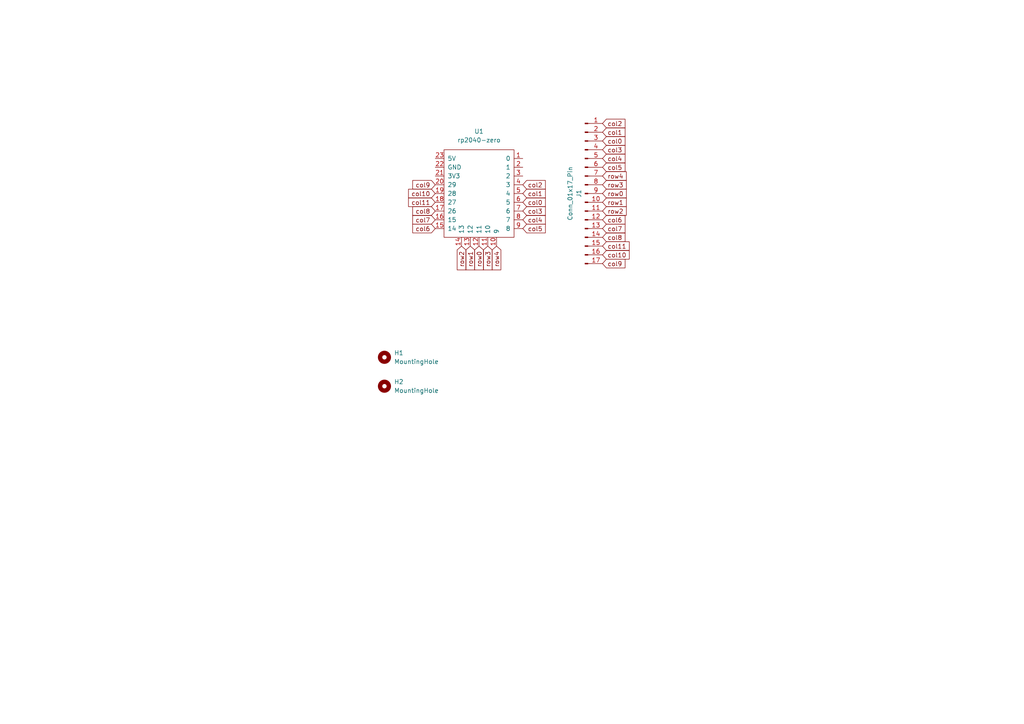
<source format=kicad_sch>
(kicad_sch (version 20231120) (generator "eeschema") (generator_version "8.0")
  (paper "A4")
  (title_block (title "RP2040 Zero Carrier") (rev "0.1"))
  (lib_symbols
    (symbol "Connector:Conn_01x17_Pin" (pin_names (offset 1.016) hide)
      (property "Reference" "J" (at 0 22.86 0))
      (property "Value" "Conn_01x17_Pin" (at 0 -22.86 0))
      (symbol "Conn_01x17_Pin_1_1"
        (polyline (pts (xy 1.27 -20.32) (xy 0.8636 -20.32)) (stroke (width 0.1524)))
        (polyline (pts (xy 1.27 -17.78) (xy 0.8636 -17.78)) (stroke (width 0.1524)))
        (polyline (pts (xy 1.27 -15.24) (xy 0.8636 -15.24)) (stroke (width 0.1524)))
        (polyline (pts (xy 1.27 -12.7) (xy 0.8636 -12.7)) (stroke (width 0.1524)))
        (polyline (pts (xy 1.27 -10.16) (xy 0.8636 -10.16)) (stroke (width 0.1524)))
        (polyline (pts (xy 1.27 -7.62) (xy 0.8636 -7.62)) (stroke (width 0.1524)))
        (polyline (pts (xy 1.27 -5.08) (xy 0.8636 -5.08)) (stroke (width 0.1524)))
        (polyline (pts (xy 1.27 -2.54) (xy 0.8636 -2.54)) (stroke (width 0.1524)))
        (polyline (pts (xy 1.27 0) (xy 0.8636 0)) (stroke (width 0.1524)))
        (polyline (pts (xy 1.27 2.54) (xy 0.8636 2.54)) (stroke (width 0.1524)))
        (polyline (pts (xy 1.27 5.08) (xy 0.8636 5.08)) (stroke (width 0.1524)))
        (polyline (pts (xy 1.27 7.62) (xy 0.8636 7.62)) (stroke (width 0.1524)))
        (polyline (pts (xy 1.27 10.16) (xy 0.8636 10.16)) (stroke (width 0.1524)))
        (polyline (pts (xy 1.27 12.7) (xy 0.8636 12.7)) (stroke (width 0.1524)))
        (polyline (pts (xy 1.27 15.24) (xy 0.8636 15.24)) (stroke (width 0.1524)))
        (polyline (pts (xy 1.27 17.78) (xy 0.8636 17.78)) (stroke (width 0.1524)))
        (polyline (pts (xy 1.27 20.32) (xy 0.8636 20.32)) (stroke (width 0.1524)))
        (rectangle (start 0.8636 -20.193) (end 0 -20.447) (stroke (width 0.1524)) (fill (type outline)))
        (rectangle (start 0.8636 -17.653) (end 0 -17.907) (stroke (width 0.1524)) (fill (type outline)))
        (rectangle (start 0.8636 -15.113) (end 0 -15.367) (stroke (width 0.1524)) (fill (type outline)))
        (rectangle (start 0.8636 -12.573) (end 0 -12.827) (stroke (width 0.1524)) (fill (type outline)))
        (rectangle (start 0.8636 -10.033) (end 0 -10.287) (stroke (width 0.1524)) (fill (type outline)))
        (rectangle (start 0.8636 -7.493) (end 0 -7.747) (stroke (width 0.1524)) (fill (type outline)))
        (rectangle (start 0.8636 -4.953) (end 0 -5.207) (stroke (width 0.1524)) (fill (type outline)))
        (rectangle (start 0.8636 -2.413) (end 0 -2.667) (stroke (width 0.1524)) (fill (type outline)))
        (rectangle (start 0.8636 0.127) (end 0 -0.127) (stroke (width 0.1524)) (fill (type outline)))
        (rectangle (start 0.8636 2.667) (end 0 2.413) (stroke (width 0.1524)) (fill (type outline)))
        (rectangle (start 0.8636 5.207) (end 0 4.953) (stroke (width 0.1524)) (fill (type outline)))
        (rectangle (start 0.8636 7.747) (end 0 7.493) (stroke (width 0.1524)) (fill (type outline)))
        (rectangle (start 0.8636 10.287) (end 0 10.033) (stroke (width 0.1524)) (fill (type outline)))
        (rectangle (start 0.8636 12.827) (end 0 12.573) (stroke (width 0.1524)) (fill (type outline)))
        (rectangle (start 0.8636 15.367) (end 0 15.113) (stroke (width 0.1524)) (fill (type outline)))
        (rectangle (start 0.8636 17.907) (end 0 17.653) (stroke (width 0.1524)) (fill (type outline)))
        (rectangle (start 0.8636 20.447) (end 0 20.193) (stroke (width 0.1524)) (fill (type outline)))
        (pin passive line (at 5.08 20.32 180) (length 3.81) (name "Pin_1") (number "1"))
        (pin passive line (at 5.08 -2.54 180) (length 3.81) (name "Pin_10") (number "10"))
        (pin passive line (at 5.08 -5.08 180) (length 3.81) (name "Pin_11") (number "11"))
        (pin passive line (at 5.08 -7.62 180) (length 3.81) (name "Pin_12") (number "12"))
        (pin passive line (at 5.08 -10.16 180) (length 3.81) (name "Pin_13") (number "13"))
        (pin passive line (at 5.08 -12.7 180) (length 3.81) (name "Pin_14") (number "14"))
        (pin passive line (at 5.08 -15.24 180) (length 3.81) (name "Pin_15") (number "15"))
        (pin passive line (at 5.08 -17.78 180) (length 3.81) (name "Pin_16") (number "16"))
        (pin passive line (at 5.08 -20.32 180) (length 3.81) (name "Pin_17") (number "17"))
        (pin passive line (at 5.08 17.78 180) (length 3.81) (name "Pin_2") (number "2"))
        (pin passive line (at 5.08 15.24 180) (length 3.81) (name "Pin_3") (number "3"))
        (pin passive line (at 5.08 12.7 180) (length 3.81) (name "Pin_4") (number "4"))
        (pin passive line (at 5.08 10.16 180) (length 3.81) (name "Pin_5") (number "5"))
        (pin passive line (at 5.08 7.62 180) (length 3.81) (name "Pin_6") (number "6"))
        (pin passive line (at 5.08 5.08 180) (length 3.81) (name "Pin_7") (number "7"))
        (pin passive line (at 5.08 2.54 180) (length 3.81) (name "Pin_8") (number "8"))
        (pin passive line (at 5.08 0 180) (length 3.81) (name "Pin_9") (number "9"))
      )
    )
    (symbol "Mechanical:MountingHole" (pin_names (offset 1.016))
      (property "Reference" "H" (at 0 5.08 0))
      (property "Value" "MountingHole" (at 0 3.175 0))
      (symbol "MountingHole_0_1"
        (circle (center 0 0) (radius 1.27) (stroke (width 1.27)))
      )
    )
    (symbol "mcu:rp2040-zero" (pin_names (offset 1.016))
      (property "Reference" "U" (at 0 15.24 0))
      (property "Value" "rp2040-zero" (at 0 12.7 0))
      (symbol "rp2040-zero_0_1"
        (rectangle (start -10.16 11.43) (end 10.16 -13.97))
      )
      (symbol "rp2040-zero_1_1"
        (pin bidirectional line (at 12.7 8.89 180) (length 2.54) (name "0") (number "1"))
        (pin bidirectional line (at 5.08 -16.51 90) (length 2.54) (name "9") (number "10"))
        (pin bidirectional line (at 2.54 -16.51 90) (length 2.54) (name "10") (number "11"))
        (pin bidirectional line (at 0 -16.51 90) (length 2.54) (name "11") (number "12"))
        (pin bidirectional line (at -2.54 -16.51 90) (length 2.54) (name "12") (number "13"))
        (pin bidirectional line (at -5.08 -16.51 90) (length 2.54) (name "13") (number "14"))
        (pin bidirectional line (at -12.7 -11.43 0) (length 2.54) (name "14") (number "15"))
        (pin bidirectional line (at -12.7 -8.89 0) (length 2.54) (name "15") (number "16"))
        (pin bidirectional line (at -12.7 -6.35 0) (length 2.54) (name "26") (number "17"))
        (pin bidirectional line (at -12.7 -3.81 0) (length 2.54) (name "27") (number "18"))
        (pin bidirectional line (at -12.7 -1.27 0) (length 2.54) (name "28") (number "19"))
        (pin bidirectional line (at 12.7 6.35 180) (length 2.54) (name "1") (number "2"))
        (pin bidirectional line (at -12.7 1.27 0) (length 2.54) (name "29") (number "20"))
        (pin power_out line (at -12.7 3.81 0) (length 2.54) (name "3V3") (number "21"))
        (pin power_out line (at -12.7 6.35 0) (length 2.54) (name "GND") (number "22"))
        (pin power_out line (at -12.7 8.89 0) (length 2.54) (name "5V") (number "23"))
        (pin bidirectional line (at 12.7 3.81 180) (length 2.54) (name "2") (number "3"))
        (pin bidirectional line (at 12.7 1.27 180) (length 2.54) (name "3") (number "4"))
        (pin bidirectional line (at 12.7 -1.27 180) (length 2.54) (name "4") (number "5"))
        (pin bidirectional line (at 12.7 -3.81 180) (length 2.54) (name "5") (number "6"))
        (pin bidirectional line (at 12.7 -6.35 180) (length 2.54) (name "6") (number "7"))
        (pin bidirectional line (at 12.7 -8.89 180) (length 2.54) (name "7") (number "8"))
        (pin bidirectional line (at 12.7 -11.43 180) (length 2.54) (name "8") (number "9"))
      )
    )
  )
  (global_label "col5" (shape input) (at 174.752 48.514 0) (property "Intersheetrefs" "${INTERSHEET_REFS}" (effects (hide yes))))
  (global_label "row4" (shape input) (at 174.752 51.054 0) (property "Intersheetrefs" "${INTERSHEET_REFS}" (effects (hide yes))))
  (global_label "col2" (shape input) (at 151.638 53.594 0) (property "Intersheetrefs" "${INTERSHEET_REFS}" (effects (hide yes))))
  (global_label "col6" (shape input) (at 174.752 63.754 0) (property "Intersheetrefs" "${INTERSHEET_REFS}" (effects (hide yes))))
  (global_label "col10" (shape input) (at 126.238 56.134 180) (property "Intersheetrefs" "${INTERSHEET_REFS}" (effects (hide yes))))
  (global_label "col3" (shape input) (at 151.638 61.214 0) (property "Intersheetrefs" "${INTERSHEET_REFS}" (effects (hide yes))))
  (global_label "col0" (shape input) (at 174.752 40.894 0) (property "Intersheetrefs" "${INTERSHEET_REFS}" (effects (hide yes))))
  (global_label "col8" (shape input) (at 126.238 61.214 180) (property "Intersheetrefs" "${INTERSHEET_REFS}" (effects (hide yes))))
  (global_label "row2" (shape input) (at 133.858 71.374 270) (property "Intersheetrefs" "${INTERSHEET_REFS}" (effects (hide yes))))
  (global_label "row0" (shape input) (at 174.752 56.134 0) (property "Intersheetrefs" "${INTERSHEET_REFS}" (effects (hide yes))))
  (global_label "col11" (shape input) (at 126.238 58.674 180) (property "Intersheetrefs" "${INTERSHEET_REFS}" (effects (hide yes))))
  (global_label "col1" (shape input) (at 151.638 56.134 0) (property "Intersheetrefs" "${INTERSHEET_REFS}" (effects (hide yes))))
  (global_label "row4" (shape input) (at 144.018 71.374 270) (property "Intersheetrefs" "${INTERSHEET_REFS}" (effects (hide yes))))
  (global_label "col4" (shape input) (at 174.752 45.974 0) (property "Intersheetrefs" "${INTERSHEET_REFS}" (effects (hide yes))))
  (global_label "row3" (shape input) (at 141.478 71.374 270) (property "Intersheetrefs" "${INTERSHEET_REFS}" (effects (hide yes))))
  (global_label "row0" (shape input) (at 138.938 71.374 270) (property "Intersheetrefs" "${INTERSHEET_REFS}" (effects (hide yes))))
  (global_label "col1" (shape input) (at 174.752 38.354 0) (property "Intersheetrefs" "${INTERSHEET_REFS}" (effects (hide yes))))
  (global_label "col6" (shape input) (at 126.238 66.294 180) (property "Intersheetrefs" "${INTERSHEET_REFS}" (effects (hide yes))))
  (global_label "col0" (shape input) (at 151.638 58.674 0) (property "Intersheetrefs" "${INTERSHEET_REFS}" (effects (hide yes))))
  (global_label "col5" (shape input) (at 151.638 66.294 0) (property "Intersheetrefs" "${INTERSHEET_REFS}" (effects (hide yes))))
  (global_label "row1" (shape input) (at 136.398 71.374 270) (property "Intersheetrefs" "${INTERSHEET_REFS}" (effects (hide yes))))
  (global_label "col9" (shape input) (at 126.238 53.594 180) (property "Intersheetrefs" "${INTERSHEET_REFS}" (effects (hide yes))))
  (global_label "col7" (shape input) (at 174.752 66.294 0) (property "Intersheetrefs" "${INTERSHEET_REFS}" (effects (hide yes))))
  (global_label "row1" (shape input) (at 174.752 58.674 0) (property "Intersheetrefs" "${INTERSHEET_REFS}" (effects (hide yes))))
  (global_label "row2" (shape input) (at 174.752 61.214 0) (property "Intersheetrefs" "${INTERSHEET_REFS}" (effects (hide yes))))
  (global_label "col4" (shape input) (at 151.638 63.754 0) (property "Intersheetrefs" "${INTERSHEET_REFS}" (effects (hide yes))))
  (global_label "col11" (shape input) (at 174.752 71.374 0) (property "Intersheetrefs" "${INTERSHEET_REFS}" (effects (hide yes))))
  (global_label "col2" (shape input) (at 174.752 35.814 0) (property "Intersheetrefs" "${INTERSHEET_REFS}" (effects (hide yes))))
  (global_label "col3" (shape input) (at 174.752 43.434 0) (property "Intersheetrefs" "${INTERSHEET_REFS}" (effects (hide yes))))
  (global_label "col9" (shape input) (at 174.752 76.454 0) (property "Intersheetrefs" "${INTERSHEET_REFS}" (effects (hide yes))))
  (global_label "col8" (shape input) (at 174.752 68.834 0) (property "Intersheetrefs" "${INTERSHEET_REFS}" (effects (hide yes))))
  (global_label "row3" (shape input) (at 174.752 53.594 0) (property "Intersheetrefs" "${INTERSHEET_REFS}" (effects (hide yes))))
  (global_label "col10" (shape input) (at 174.752 73.914 0) (property "Intersheetrefs" "${INTERSHEET_REFS}" (effects (hide yes))))
  (global_label "col7" (shape input) (at 126.238 63.754 180) (property "Intersheetrefs" "${INTERSHEET_REFS}" (effects (hide yes))))
  (symbol (lib_id "Mechanical:MountingHole") (at 111.506 103.632 0) (unit 1)
    (property "Reference" "H1" (at 114.3 102.362 0) (effects (justify left)))
    (property "Value" "MountingHole" (at 114.3 104.902 0) (effects (justify left)))
    (property "Footprint" "MountingHole:MountingHole_2.2mm_M2" (effects (hide yes)))
  )
  (symbol (lib_id "Mechanical:MountingHole") (at 111.506 112.014 0) (unit 1)
    (property "Reference" "H2" (at 114.3 110.744 0) (effects (justify left)))
    (property "Value" "MountingHole" (at 114.3 113.284 0) (effects (justify left)))
    (property "Footprint" "MountingHole:MountingHole_2.2mm_M2" (effects (hide yes)))
  )
  (symbol (lib_id "Connector:Conn_01x17_Pin") (at 169.672 56.134 0) (unit 1)
    (property "Reference" "J1" (at 167.894 56.134 90))
    (property "Value" "Conn_01x17_Pin" (at 165.354 56.134 90))
    (property "Footprint" "Connector_PinHeader_2.54mm:PinHeader_1x17_P2.54mm_Vertical" (effects (hide yes)))
  )
  (symbol (lib_id "mcu:rp2040-zero") (at 138.938 54.864 0) (unit 1)
    (property "Reference" "U1" (at 138.938 38.1 0))
    (property "Value" "rp2040-zero" (at 138.938 40.64 0))
    (property "Footprint" "mcu:rp2040-zero-tht" (effects (hide yes)))
  )
)
</source>
